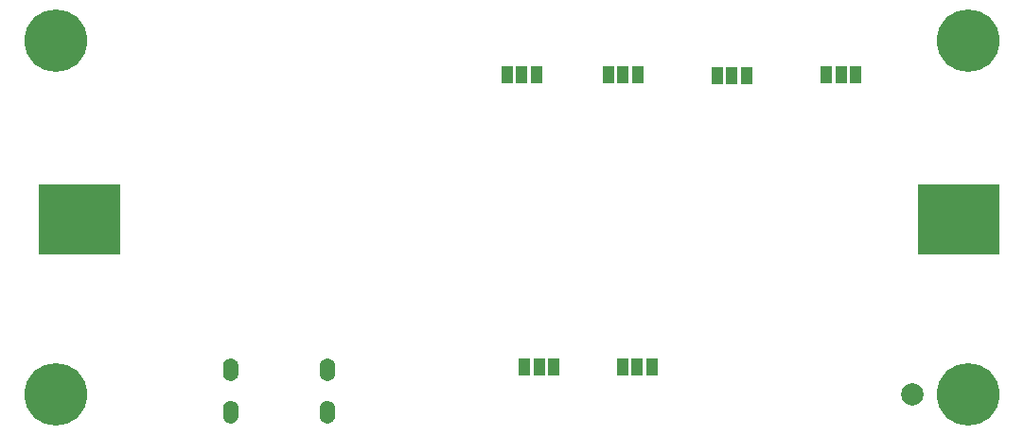
<source format=gbr>
%TF.GenerationSoftware,KiCad,Pcbnew,(6.0.7)*%
%TF.CreationDate,2022-08-09T15:02:55+02:00*%
%TF.ProjectId,LoRaMini-rounded,4c6f5261-4d69-46e6-992d-726f756e6465,rev?*%
%TF.SameCoordinates,Original*%
%TF.FileFunction,Soldermask,Bot*%
%TF.FilePolarity,Negative*%
%FSLAX46Y46*%
G04 Gerber Fmt 4.6, Leading zero omitted, Abs format (unit mm)*
G04 Created by KiCad (PCBNEW (6.0.7)) date 2022-08-09 15:02:55*
%MOMM*%
%LPD*%
G01*
G04 APERTURE LIST*
%ADD10C,0.010000*%
%ADD11C,2.000000*%
%ADD12C,5.600000*%
%ADD13R,1.000000X1.500000*%
%ADD14R,7.340000X6.350000*%
G04 APERTURE END LIST*
%TO.C,J3*%
G36*
X120051000Y-132830000D02*
G01*
X120085000Y-132833000D01*
X120119000Y-132837000D01*
X120152000Y-132843000D01*
X120185000Y-132851000D01*
X120218000Y-132861000D01*
X120250000Y-132872000D01*
X120281000Y-132885000D01*
X120312000Y-132900000D01*
X120342000Y-132916000D01*
X120371000Y-132934000D01*
X120399000Y-132953000D01*
X120426000Y-132974000D01*
X120452000Y-132996000D01*
X120477000Y-133019000D01*
X120500000Y-133044000D01*
X120522000Y-133070000D01*
X120543000Y-133097000D01*
X120562000Y-133125000D01*
X120580000Y-133154000D01*
X120596000Y-133184000D01*
X120611000Y-133215000D01*
X120624000Y-133246000D01*
X120635000Y-133278000D01*
X120645000Y-133311000D01*
X120653000Y-133344000D01*
X120659000Y-133377000D01*
X120663000Y-133411000D01*
X120666000Y-133445000D01*
X120667000Y-133479000D01*
X120667000Y-134079000D01*
X120666000Y-134113000D01*
X120663000Y-134147000D01*
X120659000Y-134181000D01*
X120653000Y-134214000D01*
X120645000Y-134247000D01*
X120635000Y-134280000D01*
X120624000Y-134312000D01*
X120611000Y-134343000D01*
X120596000Y-134374000D01*
X120580000Y-134404000D01*
X120562000Y-134433000D01*
X120543000Y-134461000D01*
X120522000Y-134488000D01*
X120500000Y-134514000D01*
X120477000Y-134539000D01*
X120452000Y-134562000D01*
X120426000Y-134584000D01*
X120399000Y-134605000D01*
X120371000Y-134624000D01*
X120342000Y-134642000D01*
X120312000Y-134658000D01*
X120281000Y-134673000D01*
X120250000Y-134686000D01*
X120218000Y-134697000D01*
X120185000Y-134707000D01*
X120152000Y-134715000D01*
X120119000Y-134721000D01*
X120085000Y-134725000D01*
X120051000Y-134728000D01*
X120017000Y-134729000D01*
X119983000Y-134728000D01*
X119949000Y-134725000D01*
X119915000Y-134721000D01*
X119882000Y-134715000D01*
X119849000Y-134707000D01*
X119816000Y-134697000D01*
X119784000Y-134686000D01*
X119753000Y-134673000D01*
X119722000Y-134658000D01*
X119692000Y-134642000D01*
X119663000Y-134624000D01*
X119635000Y-134605000D01*
X119608000Y-134584000D01*
X119582000Y-134562000D01*
X119557000Y-134539000D01*
X119534000Y-134514000D01*
X119512000Y-134488000D01*
X119491000Y-134461000D01*
X119472000Y-134433000D01*
X119454000Y-134404000D01*
X119438000Y-134374000D01*
X119423000Y-134343000D01*
X119410000Y-134312000D01*
X119399000Y-134280000D01*
X119389000Y-134247000D01*
X119381000Y-134214000D01*
X119375000Y-134181000D01*
X119371000Y-134147000D01*
X119368000Y-134113000D01*
X119367000Y-134079000D01*
X119367000Y-133479000D01*
X119368000Y-133445000D01*
X119371000Y-133411000D01*
X119375000Y-133377000D01*
X119381000Y-133344000D01*
X119389000Y-133311000D01*
X119399000Y-133278000D01*
X119410000Y-133246000D01*
X119423000Y-133215000D01*
X119438000Y-133184000D01*
X119454000Y-133154000D01*
X119472000Y-133125000D01*
X119491000Y-133097000D01*
X119512000Y-133070000D01*
X119534000Y-133044000D01*
X119557000Y-133019000D01*
X119582000Y-132996000D01*
X119608000Y-132974000D01*
X119635000Y-132953000D01*
X119663000Y-132934000D01*
X119692000Y-132916000D01*
X119722000Y-132900000D01*
X119753000Y-132885000D01*
X119784000Y-132872000D01*
X119816000Y-132861000D01*
X119849000Y-132851000D01*
X119882000Y-132843000D01*
X119915000Y-132837000D01*
X119949000Y-132833000D01*
X119983000Y-132830000D01*
X120017000Y-132829000D01*
X120051000Y-132830000D01*
G37*
D10*
X120051000Y-132830000D02*
X120085000Y-132833000D01*
X120119000Y-132837000D01*
X120152000Y-132843000D01*
X120185000Y-132851000D01*
X120218000Y-132861000D01*
X120250000Y-132872000D01*
X120281000Y-132885000D01*
X120312000Y-132900000D01*
X120342000Y-132916000D01*
X120371000Y-132934000D01*
X120399000Y-132953000D01*
X120426000Y-132974000D01*
X120452000Y-132996000D01*
X120477000Y-133019000D01*
X120500000Y-133044000D01*
X120522000Y-133070000D01*
X120543000Y-133097000D01*
X120562000Y-133125000D01*
X120580000Y-133154000D01*
X120596000Y-133184000D01*
X120611000Y-133215000D01*
X120624000Y-133246000D01*
X120635000Y-133278000D01*
X120645000Y-133311000D01*
X120653000Y-133344000D01*
X120659000Y-133377000D01*
X120663000Y-133411000D01*
X120666000Y-133445000D01*
X120667000Y-133479000D01*
X120667000Y-134079000D01*
X120666000Y-134113000D01*
X120663000Y-134147000D01*
X120659000Y-134181000D01*
X120653000Y-134214000D01*
X120645000Y-134247000D01*
X120635000Y-134280000D01*
X120624000Y-134312000D01*
X120611000Y-134343000D01*
X120596000Y-134374000D01*
X120580000Y-134404000D01*
X120562000Y-134433000D01*
X120543000Y-134461000D01*
X120522000Y-134488000D01*
X120500000Y-134514000D01*
X120477000Y-134539000D01*
X120452000Y-134562000D01*
X120426000Y-134584000D01*
X120399000Y-134605000D01*
X120371000Y-134624000D01*
X120342000Y-134642000D01*
X120312000Y-134658000D01*
X120281000Y-134673000D01*
X120250000Y-134686000D01*
X120218000Y-134697000D01*
X120185000Y-134707000D01*
X120152000Y-134715000D01*
X120119000Y-134721000D01*
X120085000Y-134725000D01*
X120051000Y-134728000D01*
X120017000Y-134729000D01*
X119983000Y-134728000D01*
X119949000Y-134725000D01*
X119915000Y-134721000D01*
X119882000Y-134715000D01*
X119849000Y-134707000D01*
X119816000Y-134697000D01*
X119784000Y-134686000D01*
X119753000Y-134673000D01*
X119722000Y-134658000D01*
X119692000Y-134642000D01*
X119663000Y-134624000D01*
X119635000Y-134605000D01*
X119608000Y-134584000D01*
X119582000Y-134562000D01*
X119557000Y-134539000D01*
X119534000Y-134514000D01*
X119512000Y-134488000D01*
X119491000Y-134461000D01*
X119472000Y-134433000D01*
X119454000Y-134404000D01*
X119438000Y-134374000D01*
X119423000Y-134343000D01*
X119410000Y-134312000D01*
X119399000Y-134280000D01*
X119389000Y-134247000D01*
X119381000Y-134214000D01*
X119375000Y-134181000D01*
X119371000Y-134147000D01*
X119368000Y-134113000D01*
X119367000Y-134079000D01*
X119367000Y-133479000D01*
X119368000Y-133445000D01*
X119371000Y-133411000D01*
X119375000Y-133377000D01*
X119381000Y-133344000D01*
X119389000Y-133311000D01*
X119399000Y-133278000D01*
X119410000Y-133246000D01*
X119423000Y-133215000D01*
X119438000Y-133184000D01*
X119454000Y-133154000D01*
X119472000Y-133125000D01*
X119491000Y-133097000D01*
X119512000Y-133070000D01*
X119534000Y-133044000D01*
X119557000Y-133019000D01*
X119582000Y-132996000D01*
X119608000Y-132974000D01*
X119635000Y-132953000D01*
X119663000Y-132934000D01*
X119692000Y-132916000D01*
X119722000Y-132900000D01*
X119753000Y-132885000D01*
X119784000Y-132872000D01*
X119816000Y-132861000D01*
X119849000Y-132851000D01*
X119882000Y-132843000D01*
X119915000Y-132837000D01*
X119949000Y-132833000D01*
X119983000Y-132830000D01*
X120017000Y-132829000D01*
X120051000Y-132830000D01*
G36*
X111411000Y-132830000D02*
G01*
X111445000Y-132833000D01*
X111479000Y-132837000D01*
X111512000Y-132843000D01*
X111545000Y-132851000D01*
X111578000Y-132861000D01*
X111610000Y-132872000D01*
X111641000Y-132885000D01*
X111672000Y-132900000D01*
X111702000Y-132916000D01*
X111731000Y-132934000D01*
X111759000Y-132953000D01*
X111786000Y-132974000D01*
X111812000Y-132996000D01*
X111837000Y-133019000D01*
X111860000Y-133044000D01*
X111882000Y-133070000D01*
X111903000Y-133097000D01*
X111922000Y-133125000D01*
X111940000Y-133154000D01*
X111956000Y-133184000D01*
X111971000Y-133215000D01*
X111984000Y-133246000D01*
X111995000Y-133278000D01*
X112005000Y-133311000D01*
X112013000Y-133344000D01*
X112019000Y-133377000D01*
X112023000Y-133411000D01*
X112026000Y-133445000D01*
X112027000Y-133479000D01*
X112027000Y-134079000D01*
X112026000Y-134113000D01*
X112023000Y-134147000D01*
X112019000Y-134181000D01*
X112013000Y-134214000D01*
X112005000Y-134247000D01*
X111995000Y-134280000D01*
X111984000Y-134312000D01*
X111971000Y-134343000D01*
X111956000Y-134374000D01*
X111940000Y-134404000D01*
X111922000Y-134433000D01*
X111903000Y-134461000D01*
X111882000Y-134488000D01*
X111860000Y-134514000D01*
X111837000Y-134539000D01*
X111812000Y-134562000D01*
X111786000Y-134584000D01*
X111759000Y-134605000D01*
X111731000Y-134624000D01*
X111702000Y-134642000D01*
X111672000Y-134658000D01*
X111641000Y-134673000D01*
X111610000Y-134686000D01*
X111578000Y-134697000D01*
X111545000Y-134707000D01*
X111512000Y-134715000D01*
X111479000Y-134721000D01*
X111445000Y-134725000D01*
X111411000Y-134728000D01*
X111377000Y-134729000D01*
X111343000Y-134728000D01*
X111309000Y-134725000D01*
X111275000Y-134721000D01*
X111242000Y-134715000D01*
X111209000Y-134707000D01*
X111176000Y-134697000D01*
X111144000Y-134686000D01*
X111113000Y-134673000D01*
X111082000Y-134658000D01*
X111052000Y-134642000D01*
X111023000Y-134624000D01*
X110995000Y-134605000D01*
X110968000Y-134584000D01*
X110942000Y-134562000D01*
X110917000Y-134539000D01*
X110894000Y-134514000D01*
X110872000Y-134488000D01*
X110851000Y-134461000D01*
X110832000Y-134433000D01*
X110814000Y-134404000D01*
X110798000Y-134374000D01*
X110783000Y-134343000D01*
X110770000Y-134312000D01*
X110759000Y-134280000D01*
X110749000Y-134247000D01*
X110741000Y-134214000D01*
X110735000Y-134181000D01*
X110731000Y-134147000D01*
X110728000Y-134113000D01*
X110727000Y-134079000D01*
X110727000Y-133479000D01*
X110728000Y-133445000D01*
X110731000Y-133411000D01*
X110735000Y-133377000D01*
X110741000Y-133344000D01*
X110749000Y-133311000D01*
X110759000Y-133278000D01*
X110770000Y-133246000D01*
X110783000Y-133215000D01*
X110798000Y-133184000D01*
X110814000Y-133154000D01*
X110832000Y-133125000D01*
X110851000Y-133097000D01*
X110872000Y-133070000D01*
X110894000Y-133044000D01*
X110917000Y-133019000D01*
X110942000Y-132996000D01*
X110968000Y-132974000D01*
X110995000Y-132953000D01*
X111023000Y-132934000D01*
X111052000Y-132916000D01*
X111082000Y-132900000D01*
X111113000Y-132885000D01*
X111144000Y-132872000D01*
X111176000Y-132861000D01*
X111209000Y-132851000D01*
X111242000Y-132843000D01*
X111275000Y-132837000D01*
X111309000Y-132833000D01*
X111343000Y-132830000D01*
X111377000Y-132829000D01*
X111411000Y-132830000D01*
G37*
X111411000Y-132830000D02*
X111445000Y-132833000D01*
X111479000Y-132837000D01*
X111512000Y-132843000D01*
X111545000Y-132851000D01*
X111578000Y-132861000D01*
X111610000Y-132872000D01*
X111641000Y-132885000D01*
X111672000Y-132900000D01*
X111702000Y-132916000D01*
X111731000Y-132934000D01*
X111759000Y-132953000D01*
X111786000Y-132974000D01*
X111812000Y-132996000D01*
X111837000Y-133019000D01*
X111860000Y-133044000D01*
X111882000Y-133070000D01*
X111903000Y-133097000D01*
X111922000Y-133125000D01*
X111940000Y-133154000D01*
X111956000Y-133184000D01*
X111971000Y-133215000D01*
X111984000Y-133246000D01*
X111995000Y-133278000D01*
X112005000Y-133311000D01*
X112013000Y-133344000D01*
X112019000Y-133377000D01*
X112023000Y-133411000D01*
X112026000Y-133445000D01*
X112027000Y-133479000D01*
X112027000Y-134079000D01*
X112026000Y-134113000D01*
X112023000Y-134147000D01*
X112019000Y-134181000D01*
X112013000Y-134214000D01*
X112005000Y-134247000D01*
X111995000Y-134280000D01*
X111984000Y-134312000D01*
X111971000Y-134343000D01*
X111956000Y-134374000D01*
X111940000Y-134404000D01*
X111922000Y-134433000D01*
X111903000Y-134461000D01*
X111882000Y-134488000D01*
X111860000Y-134514000D01*
X111837000Y-134539000D01*
X111812000Y-134562000D01*
X111786000Y-134584000D01*
X111759000Y-134605000D01*
X111731000Y-134624000D01*
X111702000Y-134642000D01*
X111672000Y-134658000D01*
X111641000Y-134673000D01*
X111610000Y-134686000D01*
X111578000Y-134697000D01*
X111545000Y-134707000D01*
X111512000Y-134715000D01*
X111479000Y-134721000D01*
X111445000Y-134725000D01*
X111411000Y-134728000D01*
X111377000Y-134729000D01*
X111343000Y-134728000D01*
X111309000Y-134725000D01*
X111275000Y-134721000D01*
X111242000Y-134715000D01*
X111209000Y-134707000D01*
X111176000Y-134697000D01*
X111144000Y-134686000D01*
X111113000Y-134673000D01*
X111082000Y-134658000D01*
X111052000Y-134642000D01*
X111023000Y-134624000D01*
X110995000Y-134605000D01*
X110968000Y-134584000D01*
X110942000Y-134562000D01*
X110917000Y-134539000D01*
X110894000Y-134514000D01*
X110872000Y-134488000D01*
X110851000Y-134461000D01*
X110832000Y-134433000D01*
X110814000Y-134404000D01*
X110798000Y-134374000D01*
X110783000Y-134343000D01*
X110770000Y-134312000D01*
X110759000Y-134280000D01*
X110749000Y-134247000D01*
X110741000Y-134214000D01*
X110735000Y-134181000D01*
X110731000Y-134147000D01*
X110728000Y-134113000D01*
X110727000Y-134079000D01*
X110727000Y-133479000D01*
X110728000Y-133445000D01*
X110731000Y-133411000D01*
X110735000Y-133377000D01*
X110741000Y-133344000D01*
X110749000Y-133311000D01*
X110759000Y-133278000D01*
X110770000Y-133246000D01*
X110783000Y-133215000D01*
X110798000Y-133184000D01*
X110814000Y-133154000D01*
X110832000Y-133125000D01*
X110851000Y-133097000D01*
X110872000Y-133070000D01*
X110894000Y-133044000D01*
X110917000Y-133019000D01*
X110942000Y-132996000D01*
X110968000Y-132974000D01*
X110995000Y-132953000D01*
X111023000Y-132934000D01*
X111052000Y-132916000D01*
X111082000Y-132900000D01*
X111113000Y-132885000D01*
X111144000Y-132872000D01*
X111176000Y-132861000D01*
X111209000Y-132851000D01*
X111242000Y-132843000D01*
X111275000Y-132837000D01*
X111309000Y-132833000D01*
X111343000Y-132830000D01*
X111377000Y-132829000D01*
X111411000Y-132830000D01*
G36*
X120051000Y-136630000D02*
G01*
X120085000Y-136633000D01*
X120119000Y-136637000D01*
X120152000Y-136643000D01*
X120185000Y-136651000D01*
X120218000Y-136661000D01*
X120250000Y-136672000D01*
X120281000Y-136685000D01*
X120312000Y-136700000D01*
X120342000Y-136716000D01*
X120371000Y-136734000D01*
X120399000Y-136753000D01*
X120426000Y-136774000D01*
X120452000Y-136796000D01*
X120477000Y-136819000D01*
X120500000Y-136844000D01*
X120522000Y-136870000D01*
X120543000Y-136897000D01*
X120562000Y-136925000D01*
X120580000Y-136954000D01*
X120596000Y-136984000D01*
X120611000Y-137015000D01*
X120624000Y-137046000D01*
X120635000Y-137078000D01*
X120645000Y-137111000D01*
X120653000Y-137144000D01*
X120659000Y-137177000D01*
X120663000Y-137211000D01*
X120666000Y-137245000D01*
X120667000Y-137279000D01*
X120667000Y-137879000D01*
X120666000Y-137913000D01*
X120663000Y-137947000D01*
X120659000Y-137981000D01*
X120653000Y-138014000D01*
X120645000Y-138047000D01*
X120635000Y-138080000D01*
X120624000Y-138112000D01*
X120611000Y-138143000D01*
X120596000Y-138174000D01*
X120580000Y-138204000D01*
X120562000Y-138233000D01*
X120543000Y-138261000D01*
X120522000Y-138288000D01*
X120500000Y-138314000D01*
X120477000Y-138339000D01*
X120452000Y-138362000D01*
X120426000Y-138384000D01*
X120399000Y-138405000D01*
X120371000Y-138424000D01*
X120342000Y-138442000D01*
X120312000Y-138458000D01*
X120281000Y-138473000D01*
X120250000Y-138486000D01*
X120218000Y-138497000D01*
X120185000Y-138507000D01*
X120152000Y-138515000D01*
X120119000Y-138521000D01*
X120085000Y-138525000D01*
X120051000Y-138528000D01*
X120017000Y-138529000D01*
X119983000Y-138528000D01*
X119949000Y-138525000D01*
X119915000Y-138521000D01*
X119882000Y-138515000D01*
X119849000Y-138507000D01*
X119816000Y-138497000D01*
X119784000Y-138486000D01*
X119753000Y-138473000D01*
X119722000Y-138458000D01*
X119692000Y-138442000D01*
X119663000Y-138424000D01*
X119635000Y-138405000D01*
X119608000Y-138384000D01*
X119582000Y-138362000D01*
X119557000Y-138339000D01*
X119534000Y-138314000D01*
X119512000Y-138288000D01*
X119491000Y-138261000D01*
X119472000Y-138233000D01*
X119454000Y-138204000D01*
X119438000Y-138174000D01*
X119423000Y-138143000D01*
X119410000Y-138112000D01*
X119399000Y-138080000D01*
X119389000Y-138047000D01*
X119381000Y-138014000D01*
X119375000Y-137981000D01*
X119371000Y-137947000D01*
X119368000Y-137913000D01*
X119367000Y-137879000D01*
X119367000Y-137279000D01*
X119368000Y-137245000D01*
X119371000Y-137211000D01*
X119375000Y-137177000D01*
X119381000Y-137144000D01*
X119389000Y-137111000D01*
X119399000Y-137078000D01*
X119410000Y-137046000D01*
X119423000Y-137015000D01*
X119438000Y-136984000D01*
X119454000Y-136954000D01*
X119472000Y-136925000D01*
X119491000Y-136897000D01*
X119512000Y-136870000D01*
X119534000Y-136844000D01*
X119557000Y-136819000D01*
X119582000Y-136796000D01*
X119608000Y-136774000D01*
X119635000Y-136753000D01*
X119663000Y-136734000D01*
X119692000Y-136716000D01*
X119722000Y-136700000D01*
X119753000Y-136685000D01*
X119784000Y-136672000D01*
X119816000Y-136661000D01*
X119849000Y-136651000D01*
X119882000Y-136643000D01*
X119915000Y-136637000D01*
X119949000Y-136633000D01*
X119983000Y-136630000D01*
X120017000Y-136629000D01*
X120051000Y-136630000D01*
G37*
X120051000Y-136630000D02*
X120085000Y-136633000D01*
X120119000Y-136637000D01*
X120152000Y-136643000D01*
X120185000Y-136651000D01*
X120218000Y-136661000D01*
X120250000Y-136672000D01*
X120281000Y-136685000D01*
X120312000Y-136700000D01*
X120342000Y-136716000D01*
X120371000Y-136734000D01*
X120399000Y-136753000D01*
X120426000Y-136774000D01*
X120452000Y-136796000D01*
X120477000Y-136819000D01*
X120500000Y-136844000D01*
X120522000Y-136870000D01*
X120543000Y-136897000D01*
X120562000Y-136925000D01*
X120580000Y-136954000D01*
X120596000Y-136984000D01*
X120611000Y-137015000D01*
X120624000Y-137046000D01*
X120635000Y-137078000D01*
X120645000Y-137111000D01*
X120653000Y-137144000D01*
X120659000Y-137177000D01*
X120663000Y-137211000D01*
X120666000Y-137245000D01*
X120667000Y-137279000D01*
X120667000Y-137879000D01*
X120666000Y-137913000D01*
X120663000Y-137947000D01*
X120659000Y-137981000D01*
X120653000Y-138014000D01*
X120645000Y-138047000D01*
X120635000Y-138080000D01*
X120624000Y-138112000D01*
X120611000Y-138143000D01*
X120596000Y-138174000D01*
X120580000Y-138204000D01*
X120562000Y-138233000D01*
X120543000Y-138261000D01*
X120522000Y-138288000D01*
X120500000Y-138314000D01*
X120477000Y-138339000D01*
X120452000Y-138362000D01*
X120426000Y-138384000D01*
X120399000Y-138405000D01*
X120371000Y-138424000D01*
X120342000Y-138442000D01*
X120312000Y-138458000D01*
X120281000Y-138473000D01*
X120250000Y-138486000D01*
X120218000Y-138497000D01*
X120185000Y-138507000D01*
X120152000Y-138515000D01*
X120119000Y-138521000D01*
X120085000Y-138525000D01*
X120051000Y-138528000D01*
X120017000Y-138529000D01*
X119983000Y-138528000D01*
X119949000Y-138525000D01*
X119915000Y-138521000D01*
X119882000Y-138515000D01*
X119849000Y-138507000D01*
X119816000Y-138497000D01*
X119784000Y-138486000D01*
X119753000Y-138473000D01*
X119722000Y-138458000D01*
X119692000Y-138442000D01*
X119663000Y-138424000D01*
X119635000Y-138405000D01*
X119608000Y-138384000D01*
X119582000Y-138362000D01*
X119557000Y-138339000D01*
X119534000Y-138314000D01*
X119512000Y-138288000D01*
X119491000Y-138261000D01*
X119472000Y-138233000D01*
X119454000Y-138204000D01*
X119438000Y-138174000D01*
X119423000Y-138143000D01*
X119410000Y-138112000D01*
X119399000Y-138080000D01*
X119389000Y-138047000D01*
X119381000Y-138014000D01*
X119375000Y-137981000D01*
X119371000Y-137947000D01*
X119368000Y-137913000D01*
X119367000Y-137879000D01*
X119367000Y-137279000D01*
X119368000Y-137245000D01*
X119371000Y-137211000D01*
X119375000Y-137177000D01*
X119381000Y-137144000D01*
X119389000Y-137111000D01*
X119399000Y-137078000D01*
X119410000Y-137046000D01*
X119423000Y-137015000D01*
X119438000Y-136984000D01*
X119454000Y-136954000D01*
X119472000Y-136925000D01*
X119491000Y-136897000D01*
X119512000Y-136870000D01*
X119534000Y-136844000D01*
X119557000Y-136819000D01*
X119582000Y-136796000D01*
X119608000Y-136774000D01*
X119635000Y-136753000D01*
X119663000Y-136734000D01*
X119692000Y-136716000D01*
X119722000Y-136700000D01*
X119753000Y-136685000D01*
X119784000Y-136672000D01*
X119816000Y-136661000D01*
X119849000Y-136651000D01*
X119882000Y-136643000D01*
X119915000Y-136637000D01*
X119949000Y-136633000D01*
X119983000Y-136630000D01*
X120017000Y-136629000D01*
X120051000Y-136630000D01*
G36*
X111411000Y-136630000D02*
G01*
X111445000Y-136633000D01*
X111479000Y-136637000D01*
X111512000Y-136643000D01*
X111545000Y-136651000D01*
X111578000Y-136661000D01*
X111610000Y-136672000D01*
X111641000Y-136685000D01*
X111672000Y-136700000D01*
X111702000Y-136716000D01*
X111731000Y-136734000D01*
X111759000Y-136753000D01*
X111786000Y-136774000D01*
X111812000Y-136796000D01*
X111837000Y-136819000D01*
X111860000Y-136844000D01*
X111882000Y-136870000D01*
X111903000Y-136897000D01*
X111922000Y-136925000D01*
X111940000Y-136954000D01*
X111956000Y-136984000D01*
X111971000Y-137015000D01*
X111984000Y-137046000D01*
X111995000Y-137078000D01*
X112005000Y-137111000D01*
X112013000Y-137144000D01*
X112019000Y-137177000D01*
X112023000Y-137211000D01*
X112026000Y-137245000D01*
X112027000Y-137279000D01*
X112027000Y-137879000D01*
X112026000Y-137913000D01*
X112023000Y-137947000D01*
X112019000Y-137981000D01*
X112013000Y-138014000D01*
X112005000Y-138047000D01*
X111995000Y-138080000D01*
X111984000Y-138112000D01*
X111971000Y-138143000D01*
X111956000Y-138174000D01*
X111940000Y-138204000D01*
X111922000Y-138233000D01*
X111903000Y-138261000D01*
X111882000Y-138288000D01*
X111860000Y-138314000D01*
X111837000Y-138339000D01*
X111812000Y-138362000D01*
X111786000Y-138384000D01*
X111759000Y-138405000D01*
X111731000Y-138424000D01*
X111702000Y-138442000D01*
X111672000Y-138458000D01*
X111641000Y-138473000D01*
X111610000Y-138486000D01*
X111578000Y-138497000D01*
X111545000Y-138507000D01*
X111512000Y-138515000D01*
X111479000Y-138521000D01*
X111445000Y-138525000D01*
X111411000Y-138528000D01*
X111377000Y-138529000D01*
X111343000Y-138528000D01*
X111309000Y-138525000D01*
X111275000Y-138521000D01*
X111242000Y-138515000D01*
X111209000Y-138507000D01*
X111176000Y-138497000D01*
X111144000Y-138486000D01*
X111113000Y-138473000D01*
X111082000Y-138458000D01*
X111052000Y-138442000D01*
X111023000Y-138424000D01*
X110995000Y-138405000D01*
X110968000Y-138384000D01*
X110942000Y-138362000D01*
X110917000Y-138339000D01*
X110894000Y-138314000D01*
X110872000Y-138288000D01*
X110851000Y-138261000D01*
X110832000Y-138233000D01*
X110814000Y-138204000D01*
X110798000Y-138174000D01*
X110783000Y-138143000D01*
X110770000Y-138112000D01*
X110759000Y-138080000D01*
X110749000Y-138047000D01*
X110741000Y-138014000D01*
X110735000Y-137981000D01*
X110731000Y-137947000D01*
X110728000Y-137913000D01*
X110727000Y-137879000D01*
X110727000Y-137279000D01*
X110728000Y-137245000D01*
X110731000Y-137211000D01*
X110735000Y-137177000D01*
X110741000Y-137144000D01*
X110749000Y-137111000D01*
X110759000Y-137078000D01*
X110770000Y-137046000D01*
X110783000Y-137015000D01*
X110798000Y-136984000D01*
X110814000Y-136954000D01*
X110832000Y-136925000D01*
X110851000Y-136897000D01*
X110872000Y-136870000D01*
X110894000Y-136844000D01*
X110917000Y-136819000D01*
X110942000Y-136796000D01*
X110968000Y-136774000D01*
X110995000Y-136753000D01*
X111023000Y-136734000D01*
X111052000Y-136716000D01*
X111082000Y-136700000D01*
X111113000Y-136685000D01*
X111144000Y-136672000D01*
X111176000Y-136661000D01*
X111209000Y-136651000D01*
X111242000Y-136643000D01*
X111275000Y-136637000D01*
X111309000Y-136633000D01*
X111343000Y-136630000D01*
X111377000Y-136629000D01*
X111411000Y-136630000D01*
G37*
X111411000Y-136630000D02*
X111445000Y-136633000D01*
X111479000Y-136637000D01*
X111512000Y-136643000D01*
X111545000Y-136651000D01*
X111578000Y-136661000D01*
X111610000Y-136672000D01*
X111641000Y-136685000D01*
X111672000Y-136700000D01*
X111702000Y-136716000D01*
X111731000Y-136734000D01*
X111759000Y-136753000D01*
X111786000Y-136774000D01*
X111812000Y-136796000D01*
X111837000Y-136819000D01*
X111860000Y-136844000D01*
X111882000Y-136870000D01*
X111903000Y-136897000D01*
X111922000Y-136925000D01*
X111940000Y-136954000D01*
X111956000Y-136984000D01*
X111971000Y-137015000D01*
X111984000Y-137046000D01*
X111995000Y-137078000D01*
X112005000Y-137111000D01*
X112013000Y-137144000D01*
X112019000Y-137177000D01*
X112023000Y-137211000D01*
X112026000Y-137245000D01*
X112027000Y-137279000D01*
X112027000Y-137879000D01*
X112026000Y-137913000D01*
X112023000Y-137947000D01*
X112019000Y-137981000D01*
X112013000Y-138014000D01*
X112005000Y-138047000D01*
X111995000Y-138080000D01*
X111984000Y-138112000D01*
X111971000Y-138143000D01*
X111956000Y-138174000D01*
X111940000Y-138204000D01*
X111922000Y-138233000D01*
X111903000Y-138261000D01*
X111882000Y-138288000D01*
X111860000Y-138314000D01*
X111837000Y-138339000D01*
X111812000Y-138362000D01*
X111786000Y-138384000D01*
X111759000Y-138405000D01*
X111731000Y-138424000D01*
X111702000Y-138442000D01*
X111672000Y-138458000D01*
X111641000Y-138473000D01*
X111610000Y-138486000D01*
X111578000Y-138497000D01*
X111545000Y-138507000D01*
X111512000Y-138515000D01*
X111479000Y-138521000D01*
X111445000Y-138525000D01*
X111411000Y-138528000D01*
X111377000Y-138529000D01*
X111343000Y-138528000D01*
X111309000Y-138525000D01*
X111275000Y-138521000D01*
X111242000Y-138515000D01*
X111209000Y-138507000D01*
X111176000Y-138497000D01*
X111144000Y-138486000D01*
X111113000Y-138473000D01*
X111082000Y-138458000D01*
X111052000Y-138442000D01*
X111023000Y-138424000D01*
X110995000Y-138405000D01*
X110968000Y-138384000D01*
X110942000Y-138362000D01*
X110917000Y-138339000D01*
X110894000Y-138314000D01*
X110872000Y-138288000D01*
X110851000Y-138261000D01*
X110832000Y-138233000D01*
X110814000Y-138204000D01*
X110798000Y-138174000D01*
X110783000Y-138143000D01*
X110770000Y-138112000D01*
X110759000Y-138080000D01*
X110749000Y-138047000D01*
X110741000Y-138014000D01*
X110735000Y-137981000D01*
X110731000Y-137947000D01*
X110728000Y-137913000D01*
X110727000Y-137879000D01*
X110727000Y-137279000D01*
X110728000Y-137245000D01*
X110731000Y-137211000D01*
X110735000Y-137177000D01*
X110741000Y-137144000D01*
X110749000Y-137111000D01*
X110759000Y-137078000D01*
X110770000Y-137046000D01*
X110783000Y-137015000D01*
X110798000Y-136984000D01*
X110814000Y-136954000D01*
X110832000Y-136925000D01*
X110851000Y-136897000D01*
X110872000Y-136870000D01*
X110894000Y-136844000D01*
X110917000Y-136819000D01*
X110942000Y-136796000D01*
X110968000Y-136774000D01*
X110995000Y-136753000D01*
X111023000Y-136734000D01*
X111052000Y-136716000D01*
X111082000Y-136700000D01*
X111113000Y-136685000D01*
X111144000Y-136672000D01*
X111176000Y-136661000D01*
X111209000Y-136651000D01*
X111242000Y-136643000D01*
X111275000Y-136637000D01*
X111309000Y-136633000D01*
X111343000Y-136630000D01*
X111377000Y-136629000D01*
X111411000Y-136630000D01*
%TD*%
D11*
%TO.C,J2*%
X172364400Y-136042400D03*
%TD*%
D12*
%TO.C,REF\u002A\u002A*%
X177419000Y-104394000D03*
%TD*%
%TO.C,REF\u002A\u002A*%
X95758000Y-136017000D03*
%TD*%
%TO.C,REF\u002A\u002A*%
X95758000Y-104394000D03*
%TD*%
%TO.C,REF\u002A\u002A*%
X177419000Y-136017000D03*
%TD*%
D13*
%TO.C,LPB8*%
X137701500Y-133553200D03*
X139001500Y-133553200D03*
X140301500Y-133553200D03*
%TD*%
%TO.C,LPB3*%
X136164800Y-107400000D03*
X137464800Y-107400000D03*
X138764800Y-107400000D03*
%TD*%
%TO.C,LPA0*%
X146477200Y-133553200D03*
X147777200Y-133553200D03*
X149077200Y-133553200D03*
%TD*%
D14*
%TO.C,BT1*%
X176540800Y-120396000D03*
X97880800Y-120396000D03*
%TD*%
D13*
%TO.C,LPA15*%
X145200000Y-107407500D03*
X146500000Y-107407500D03*
X147800000Y-107407500D03*
%TD*%
%TO.C,JP6*%
X154960800Y-107507500D03*
X156260800Y-107507500D03*
X157560800Y-107507500D03*
%TD*%
%TO.C,LPA8*%
X164714400Y-107400000D03*
X166014400Y-107400000D03*
X167314400Y-107400000D03*
%TD*%
M02*

</source>
